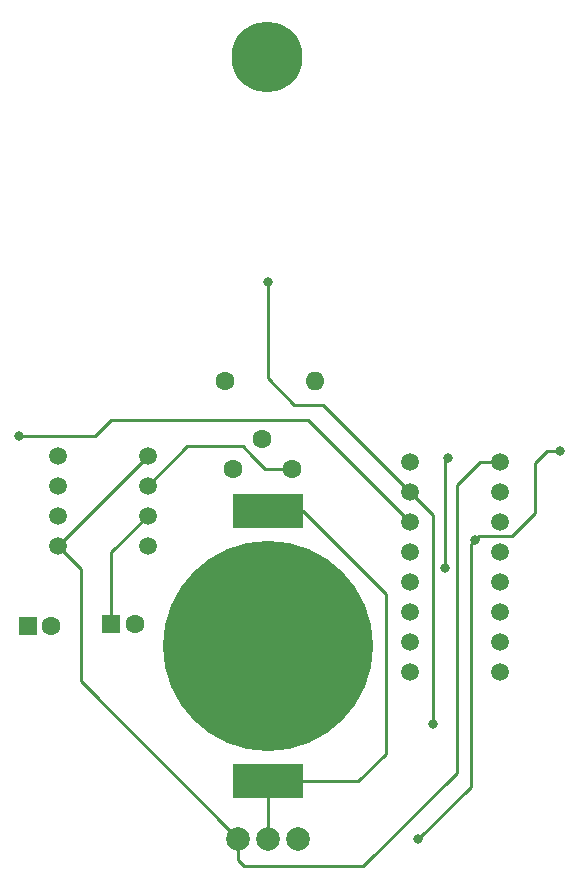
<source format=gbl>
%TF.GenerationSoftware,KiCad,Pcbnew,(6.0.7)*%
%TF.CreationDate,2022-10-09T20:43:52-07:00*%
%TF.ProjectId,IEEE_PCB_SMD,49454545-5f50-4434-925f-534d442e6b69,rev?*%
%TF.SameCoordinates,Original*%
%TF.FileFunction,Copper,L2,Bot*%
%TF.FilePolarity,Positive*%
%FSLAX46Y46*%
G04 Gerber Fmt 4.6, Leading zero omitted, Abs format (unit mm)*
G04 Created by KiCad (PCBNEW (6.0.7)) date 2022-10-09 20:43:52*
%MOMM*%
%LPD*%
G01*
G04 APERTURE LIST*
%TA.AperFunction,ComponentPad*%
%ADD10C,1.600000*%
%TD*%
%TA.AperFunction,ComponentPad*%
%ADD11C,1.500000*%
%TD*%
%TA.AperFunction,ComponentPad*%
%ADD12C,2.000000*%
%TD*%
%TA.AperFunction,ComponentPad*%
%ADD13C,6.000000*%
%TD*%
%TA.AperFunction,ComponentPad*%
%ADD14O,1.600000X1.600000*%
%TD*%
%TA.AperFunction,SMDPad,CuDef*%
%ADD15R,6.000000X3.000000*%
%TD*%
%TA.AperFunction,SMDPad,CuDef*%
%ADD16C,17.800000*%
%TD*%
%TA.AperFunction,ComponentPad*%
%ADD17R,1.600000X1.600000*%
%TD*%
%TA.AperFunction,ViaPad*%
%ADD18C,0.800000*%
%TD*%
%TA.AperFunction,Conductor*%
%ADD19C,0.250000*%
%TD*%
G04 APERTURE END LIST*
D10*
%TO.P,RV1,1,1*%
%TO.N,Net-(R1-Pad2)*%
X151565000Y-80175000D03*
%TO.P,RV1,2,2*%
%TO.N,Net-(C2-Pad1)*%
X149065000Y-77675000D03*
%TO.P,RV1,3,3*%
%TO.N,GND*%
X146565000Y-80175000D03*
%TD*%
D11*
%TO.P,U2,1,Q5*%
%TO.N,unconnected-(U2-Pad1)*%
X161567846Y-79600154D03*
%TO.P,U2,2,Q1*%
%TO.N,Net-(U2-Pad2)*%
X161567846Y-82140154D03*
%TO.P,U2,3,Q0*%
%TO.N,Net-(U2-Pad3)*%
X161567846Y-84680154D03*
%TO.P,U2,4,Q2*%
%TO.N,Net-(U2-Pad4)*%
X161567846Y-87220154D03*
%TO.P,U2,5,Q6*%
%TO.N,unconnected-(U2-Pad5)*%
X161567846Y-89760154D03*
%TO.P,U2,6,Q7*%
%TO.N,unconnected-(U2-Pad6)*%
X161567846Y-92300154D03*
%TO.P,U2,7,Q3*%
%TO.N,Net-(U2-Pad15)*%
X161567846Y-94840154D03*
%TO.P,U2,8,GND*%
%TO.N,GND*%
X161567846Y-97380154D03*
%TO.P,U2,9,Q8*%
%TO.N,unconnected-(U2-Pad9)*%
X169187846Y-97380154D03*
%TO.P,U2,10,Q4*%
%TO.N,unconnected-(U2-Pad10)*%
X169187846Y-94840154D03*
%TO.P,U2,11,Q9*%
%TO.N,unconnected-(U2-Pad11)*%
X169187846Y-92300154D03*
%TO.P,U2,12,COUT*%
%TO.N,unconnected-(U2-Pad12)*%
X169187846Y-89760154D03*
%TO.P,U2,13,CKE*%
%TO.N,GND*%
X169187846Y-87220154D03*
%TO.P,U2,14,CLK*%
%TO.N,Signal*%
X169187846Y-84680154D03*
%TO.P,U2,15,Rst*%
%TO.N,Net-(U2-Pad15)*%
X169187846Y-82140154D03*
%TO.P,U2,16,Vdd*%
%TO.N,+3V3*%
X169187846Y-79600154D03*
%TD*%
D12*
%TO.P,SW1,1*%
%TO.N,unconnected-(SW1-Pad1)*%
X152037846Y-111514154D03*
%TO.P,SW1,2*%
%TO.N,Net-(BT1-Pad1)*%
X149537846Y-111514154D03*
%TO.P,SW1,3*%
%TO.N,+3V3*%
X147037846Y-111514154D03*
%TD*%
D13*
%TO.P,REF\u002A\u002A,1*%
%TO.N,N/C*%
X149461000Y-45277000D03*
%TD*%
D10*
%TO.P,R1,1*%
%TO.N,+3V3*%
X145866846Y-72753154D03*
D14*
%TO.P,R1,2*%
%TO.N,Net-(R1-Pad2)*%
X153486846Y-72753154D03*
%TD*%
D11*
%TO.P,U1,1,GND*%
%TO.N,GND*%
X131730846Y-79074961D03*
%TO.P,U1,2,Trig*%
%TO.N,Net-(C2-Pad1)*%
X131730846Y-81614961D03*
%TO.P,U1,3,Out*%
%TO.N,Signal*%
X131730846Y-84154961D03*
%TO.P,U1,4,Rest*%
%TO.N,+3V3*%
X131730846Y-86694961D03*
%TO.P,U1,5,Contrl*%
%TO.N,Net-(C1-Pad1)*%
X139350846Y-86694961D03*
%TO.P,U1,6,Thres*%
%TO.N,Net-(C2-Pad1)*%
X139350846Y-84154961D03*
%TO.P,U1,7,Dischrg*%
%TO.N,Net-(R1-Pad2)*%
X139350846Y-81614961D03*
%TO.P,U1,8,Vcc*%
%TO.N,+3V3*%
X139350846Y-79074961D03*
%TD*%
D15*
%TO.P,BT1,1,+*%
%TO.N,Net-(BT1-Pad1)*%
X149495846Y-106637154D03*
X149495846Y-83737154D03*
D16*
%TO.P,BT1,2,-*%
%TO.N,GND*%
X149495846Y-95187154D03*
%TD*%
D17*
%TO.P,C1,1*%
%TO.N,Net-(C1-Pad1)*%
X129178888Y-93507000D03*
D10*
%TO.P,C1,2*%
%TO.N,GND*%
X131178888Y-93507000D03*
%TD*%
D17*
%TO.P,C2,1*%
%TO.N,Net-(C2-Pad1)*%
X136261888Y-93324000D03*
D10*
%TO.P,C2,2*%
%TO.N,GND*%
X138261888Y-93324000D03*
%TD*%
D18*
%TO.N,GND*%
X155776846Y-95523154D03*
X146745846Y-91746154D03*
X149679849Y-97754833D03*
X154626846Y-88654154D03*
X148277846Y-103049154D03*
X143734846Y-95249154D03*
X142202846Y-98123154D03*
X143871846Y-100504154D03*
X157664846Y-93361154D03*
X156542846Y-99573154D03*
X156159846Y-90487154D03*
X143844846Y-89420154D03*
X157719846Y-96289154D03*
X152081846Y-87504154D03*
X153614846Y-91719154D03*
X149977849Y-99899833D03*
X141408846Y-95003154D03*
X149700846Y-95578154D03*
X146498846Y-87641154D03*
X142147846Y-92075154D03*
X152081846Y-102857154D03*
%TO.N,Net-(U2-Pad15)*%
X164780846Y-79303154D03*
X164563846Y-88568154D03*
%TO.N,Net-(U2-Pad2)*%
X149520846Y-64388154D03*
X163508846Y-101821154D03*
%TO.N,Net-(U2-Pad3)*%
X174254846Y-78635154D03*
X162220846Y-111551154D03*
X167041846Y-86215154D03*
X128411846Y-77374154D03*
%TO.N,Net-(BT1-Pad1)*%
X151638846Y-106024154D03*
X150274846Y-106008154D03*
X150129846Y-84350154D03*
X151686846Y-107335154D03*
X147694846Y-83011154D03*
X148899846Y-82999154D03*
X147694846Y-84362154D03*
X150272846Y-107330154D03*
X151456846Y-83038154D03*
X151435846Y-84340154D03*
X150161846Y-83005154D03*
X148845846Y-107339154D03*
X148852846Y-106003154D03*
X147549846Y-105991154D03*
X148912846Y-84338154D03*
X147540846Y-107312154D03*
%TD*%
D19*
%TO.N,Net-(C2-Pad1)*%
X136261888Y-87243919D02*
X139350846Y-84154961D01*
X136261888Y-93324000D02*
X136261888Y-87243919D01*
%TO.N,+3V3*%
X131730846Y-86694961D02*
X133694846Y-88658961D01*
X131730846Y-86694961D02*
X139350846Y-79074961D01*
X147539846Y-113835154D02*
X147037846Y-113333154D01*
X167444846Y-79600154D02*
X169187846Y-79600154D01*
X147037846Y-113333154D02*
X147037846Y-111514154D01*
X165502846Y-81542154D02*
X167444846Y-79600154D01*
X133694846Y-88658961D02*
X133694846Y-98171154D01*
X147539846Y-113835154D02*
X157583846Y-113835154D01*
X133694846Y-98171154D02*
X147037846Y-111514154D01*
X165502846Y-105916154D02*
X165502846Y-81542154D01*
X157583846Y-113835154D02*
X165502846Y-105916154D01*
%TO.N,Net-(R1-Pad2)*%
X151565000Y-80175000D02*
X149312692Y-80175000D01*
X148187692Y-79050000D02*
X148186692Y-79050000D01*
X147382846Y-78246154D02*
X142719653Y-78246154D01*
X142719653Y-78246154D02*
X139350846Y-81614961D01*
X148186692Y-79050000D02*
X147382846Y-78246154D01*
X149312692Y-80175000D02*
X148187692Y-79050000D01*
%TO.N,Net-(U2-Pad15)*%
X164563846Y-88568154D02*
X164563846Y-79520154D01*
X164563846Y-79520154D02*
X164780846Y-79303154D01*
%TO.N,Net-(U2-Pad2)*%
X149520846Y-72497154D02*
X149520846Y-64388154D01*
X154160846Y-74733154D02*
X151756846Y-74733154D01*
X161567846Y-82140154D02*
X163508846Y-84081154D01*
X151756846Y-74733154D02*
X149520846Y-72497154D01*
X163508846Y-84081154D02*
X163508846Y-101821154D01*
X161567846Y-82140154D02*
X154160846Y-74733154D01*
%TO.N,Net-(U2-Pad3)*%
X166693846Y-107078154D02*
X162220846Y-111551154D01*
X136212846Y-76048154D02*
X134886846Y-77374154D01*
X167041846Y-86215154D02*
X166693846Y-86563154D01*
X161567846Y-84680154D02*
X152935846Y-76048154D01*
X167041846Y-86215154D02*
X167378846Y-85878154D01*
X172176846Y-79655154D02*
X173196846Y-78635154D01*
X166693846Y-86563154D02*
X166693846Y-101944154D01*
X166693846Y-101944154D02*
X166693846Y-107078154D01*
X134886846Y-77374154D02*
X128411846Y-77374154D01*
X173196846Y-78635154D02*
X174254846Y-78635154D01*
X152935846Y-76048154D02*
X136212846Y-76048154D01*
X162220846Y-111551154D02*
X162173846Y-111598154D01*
X170187846Y-85878154D02*
X172176846Y-83889154D01*
X167378846Y-85878154D02*
X170187846Y-85878154D01*
X172176846Y-83889154D02*
X172176846Y-79655154D01*
%TO.N,Net-(BT1-Pad1)*%
X159488846Y-90756154D02*
X152469846Y-83737154D01*
X159488846Y-104311154D02*
X157175846Y-106624154D01*
X159488846Y-90756154D02*
X159488846Y-104311154D01*
X157175846Y-106624154D02*
X149656846Y-106624154D01*
X149495846Y-111472154D02*
X149537846Y-111514154D01*
X149656846Y-111004154D02*
X149529000Y-111132000D01*
X149495846Y-106637154D02*
X149495846Y-111472154D01*
X152469846Y-83737154D02*
X149495846Y-83737154D01*
%TD*%
M02*

</source>
